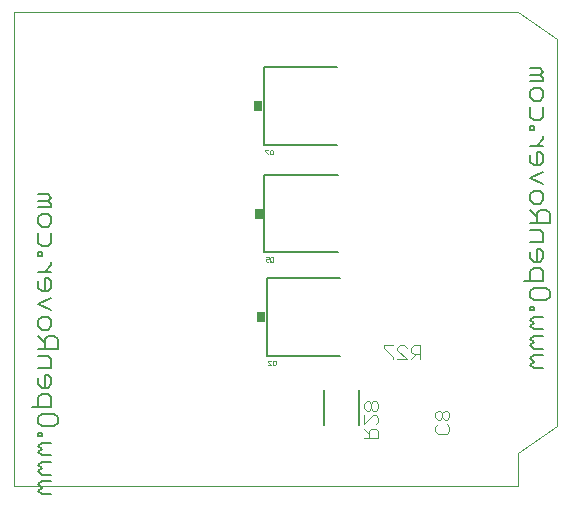
<source format=gbo>
G75*
%MOIN*%
%OFA0B0*%
%FSLAX25Y25*%
%IPPOS*%
%LPD*%
%AMOC8*
5,1,8,0,0,1.08239X$1,22.5*
%
%ADD10C,0.00000*%
%ADD11C,0.00600*%
%ADD12C,0.00800*%
%ADD13C,0.00100*%
%ADD14R,0.03000X0.03400*%
%ADD15C,0.00400*%
D10*
X0005867Y0006387D02*
X0005867Y0164387D01*
X0173867Y0164387D01*
X0186867Y0155387D01*
X0186867Y0026387D01*
X0173867Y0017387D01*
X0173867Y0006387D01*
X0005867Y0006387D01*
D11*
X0014167Y0006836D02*
X0015234Y0007904D01*
X0018437Y0007904D01*
X0018437Y0010079D02*
X0015234Y0010079D01*
X0014167Y0011146D01*
X0015234Y0012214D01*
X0014167Y0013282D01*
X0015234Y0014349D01*
X0018437Y0014349D01*
X0018437Y0016524D02*
X0015234Y0016524D01*
X0014167Y0017592D01*
X0015234Y0018659D01*
X0014167Y0019727D01*
X0015234Y0020795D01*
X0018437Y0020795D01*
X0015234Y0022970D02*
X0015234Y0024037D01*
X0014167Y0024037D01*
X0014167Y0022970D01*
X0015234Y0022970D01*
X0015234Y0026193D02*
X0014167Y0027260D01*
X0014167Y0029395D01*
X0015234Y0030463D01*
X0019505Y0030463D01*
X0020572Y0029395D01*
X0020572Y0027260D01*
X0019505Y0026193D01*
X0015234Y0026193D01*
X0014167Y0032638D02*
X0014167Y0035841D01*
X0015234Y0036908D01*
X0017369Y0036908D01*
X0018437Y0035841D01*
X0018437Y0032638D01*
X0012032Y0032638D01*
X0015234Y0039084D02*
X0017369Y0039084D01*
X0018437Y0040151D01*
X0018437Y0042286D01*
X0017369Y0043354D01*
X0016302Y0043354D01*
X0016302Y0039084D01*
X0015234Y0039084D02*
X0014167Y0040151D01*
X0014167Y0042286D01*
X0014167Y0045529D02*
X0018437Y0045529D01*
X0018437Y0048732D01*
X0017369Y0049799D01*
X0014167Y0049799D01*
X0014167Y0051975D02*
X0020572Y0051975D01*
X0020572Y0055177D01*
X0019505Y0056245D01*
X0017369Y0056245D01*
X0016302Y0055177D01*
X0016302Y0051975D01*
X0016302Y0054110D02*
X0014167Y0056245D01*
X0015234Y0058420D02*
X0014167Y0059488D01*
X0014167Y0061623D01*
X0015234Y0062690D01*
X0017369Y0062690D01*
X0018437Y0061623D01*
X0018437Y0059488D01*
X0017369Y0058420D01*
X0015234Y0058420D01*
X0018437Y0064866D02*
X0014167Y0067001D01*
X0018437Y0069136D01*
X0017369Y0071311D02*
X0015234Y0071311D01*
X0014167Y0072379D01*
X0014167Y0074514D01*
X0016302Y0075581D02*
X0016302Y0071311D01*
X0017369Y0071311D02*
X0018437Y0072379D01*
X0018437Y0074514D01*
X0017369Y0075581D01*
X0016302Y0075581D01*
X0016302Y0077757D02*
X0018437Y0079892D01*
X0018437Y0080959D01*
X0015234Y0083128D02*
X0015234Y0084195D01*
X0014167Y0084195D01*
X0014167Y0083128D01*
X0015234Y0083128D01*
X0015234Y0086351D02*
X0014167Y0087418D01*
X0014167Y0090621D01*
X0015234Y0092796D02*
X0014167Y0093864D01*
X0014167Y0095999D01*
X0015234Y0097066D01*
X0017369Y0097066D01*
X0018437Y0095999D01*
X0018437Y0093864D01*
X0017369Y0092796D01*
X0015234Y0092796D01*
X0018437Y0090621D02*
X0018437Y0087418D01*
X0017369Y0086351D01*
X0015234Y0086351D01*
X0014167Y0077757D02*
X0018437Y0077757D01*
X0018437Y0099242D02*
X0014167Y0099242D01*
X0014167Y0101377D02*
X0017369Y0101377D01*
X0018437Y0102444D01*
X0017369Y0103512D01*
X0014167Y0103512D01*
X0017369Y0101377D02*
X0018437Y0100309D01*
X0018437Y0099242D01*
X0109256Y0038419D02*
X0109256Y0026722D01*
X0120855Y0026722D02*
X0120855Y0038419D01*
X0176032Y0074638D02*
X0182437Y0074638D01*
X0182437Y0077841D01*
X0181369Y0078908D01*
X0179234Y0078908D01*
X0178167Y0077841D01*
X0178167Y0074638D01*
X0179234Y0072463D02*
X0178167Y0071395D01*
X0178167Y0069260D01*
X0179234Y0068193D01*
X0183505Y0068193D01*
X0184572Y0069260D01*
X0184572Y0071395D01*
X0183505Y0072463D01*
X0179234Y0072463D01*
X0179234Y0066037D02*
X0178167Y0066037D01*
X0178167Y0064970D01*
X0179234Y0064970D01*
X0179234Y0066037D01*
X0179234Y0062795D02*
X0178167Y0061727D01*
X0179234Y0060659D01*
X0178167Y0059592D01*
X0179234Y0058524D01*
X0182437Y0058524D01*
X0182437Y0056349D02*
X0179234Y0056349D01*
X0178167Y0055282D01*
X0179234Y0054214D01*
X0178167Y0053146D01*
X0179234Y0052079D01*
X0182437Y0052079D01*
X0182437Y0049904D02*
X0179234Y0049904D01*
X0178167Y0048836D01*
X0179234Y0047768D01*
X0178167Y0046701D01*
X0179234Y0045633D01*
X0182437Y0045633D01*
X0182437Y0062795D02*
X0179234Y0062795D01*
X0179234Y0081084D02*
X0178167Y0082151D01*
X0178167Y0084286D01*
X0180302Y0085354D02*
X0180302Y0081084D01*
X0181369Y0081084D02*
X0179234Y0081084D01*
X0181369Y0081084D02*
X0182437Y0082151D01*
X0182437Y0084286D01*
X0181369Y0085354D01*
X0180302Y0085354D01*
X0178167Y0087529D02*
X0182437Y0087529D01*
X0182437Y0090732D01*
X0181369Y0091799D01*
X0178167Y0091799D01*
X0178167Y0093975D02*
X0184572Y0093975D01*
X0184572Y0097177D01*
X0183505Y0098245D01*
X0181369Y0098245D01*
X0180302Y0097177D01*
X0180302Y0093975D01*
X0180302Y0096110D02*
X0178167Y0098245D01*
X0179234Y0100420D02*
X0178167Y0101488D01*
X0178167Y0103623D01*
X0179234Y0104690D01*
X0181369Y0104690D01*
X0182437Y0103623D01*
X0182437Y0101488D01*
X0181369Y0100420D01*
X0179234Y0100420D01*
X0182437Y0106866D02*
X0178167Y0109001D01*
X0182437Y0111136D01*
X0181369Y0113311D02*
X0179234Y0113311D01*
X0178167Y0114379D01*
X0178167Y0116514D01*
X0180302Y0117581D02*
X0180302Y0113311D01*
X0181369Y0113311D02*
X0182437Y0114379D01*
X0182437Y0116514D01*
X0181369Y0117581D01*
X0180302Y0117581D01*
X0180302Y0119757D02*
X0182437Y0121892D01*
X0182437Y0122959D01*
X0182437Y0119757D02*
X0178167Y0119757D01*
X0178167Y0125128D02*
X0178167Y0126195D01*
X0179234Y0126195D01*
X0179234Y0125128D01*
X0178167Y0125128D01*
X0179234Y0128351D02*
X0178167Y0129418D01*
X0178167Y0132621D01*
X0179234Y0134796D02*
X0178167Y0135864D01*
X0178167Y0137999D01*
X0179234Y0139066D01*
X0181369Y0139066D01*
X0182437Y0137999D01*
X0182437Y0135864D01*
X0181369Y0134796D01*
X0179234Y0134796D01*
X0182437Y0132621D02*
X0182437Y0129418D01*
X0181369Y0128351D01*
X0179234Y0128351D01*
X0178167Y0141242D02*
X0182437Y0141242D01*
X0182437Y0142309D01*
X0181369Y0143377D01*
X0182437Y0144444D01*
X0181369Y0145512D01*
X0178167Y0145512D01*
X0178167Y0143377D02*
X0181369Y0143377D01*
X0018437Y0003633D02*
X0015234Y0003633D01*
X0014167Y0004701D01*
X0015234Y0005768D01*
X0014167Y0006836D01*
D12*
X0090209Y0049769D02*
X0114597Y0049771D01*
X0090209Y0049769D02*
X0090209Y0075572D01*
X0114597Y0075571D01*
X0113872Y0084235D02*
X0089485Y0084234D01*
X0089485Y0110037D01*
X0113872Y0110035D01*
X0113675Y0120031D02*
X0089288Y0120029D01*
X0089288Y0145832D01*
X0113675Y0145831D01*
D13*
X0092041Y0118382D02*
X0091540Y0118382D01*
X0091290Y0118132D01*
X0091290Y0117131D01*
X0091540Y0116881D01*
X0092041Y0116881D01*
X0092291Y0117131D01*
X0092291Y0118132D01*
X0092041Y0118382D01*
X0091790Y0117381D02*
X0091290Y0116881D01*
X0090817Y0116881D02*
X0090817Y0117131D01*
X0089817Y0118132D01*
X0089817Y0118382D01*
X0090817Y0118382D01*
X0091014Y0082587D02*
X0090013Y0082587D01*
X0090264Y0082086D02*
X0090013Y0081836D01*
X0090013Y0081335D01*
X0090264Y0081085D01*
X0090764Y0081085D01*
X0091014Y0081335D01*
X0091487Y0081335D02*
X0091737Y0081085D01*
X0092237Y0081085D01*
X0092488Y0081335D01*
X0092488Y0082336D01*
X0092237Y0082587D01*
X0091737Y0082587D01*
X0091487Y0082336D01*
X0091487Y0081335D01*
X0091487Y0081085D02*
X0091987Y0081586D01*
X0091014Y0081836D02*
X0090514Y0082086D01*
X0090264Y0082086D01*
X0091014Y0081836D02*
X0091014Y0082587D01*
X0090988Y0048122D02*
X0091489Y0048122D01*
X0091739Y0047872D01*
X0092211Y0047872D02*
X0092211Y0046871D01*
X0092461Y0046621D01*
X0092962Y0046621D01*
X0093212Y0046871D01*
X0093212Y0047872D01*
X0092962Y0048122D01*
X0092461Y0048122D01*
X0092211Y0047872D01*
X0092712Y0047121D02*
X0092211Y0046621D01*
X0091739Y0046621D02*
X0090738Y0047622D01*
X0090738Y0047872D01*
X0090988Y0048122D01*
X0090738Y0046621D02*
X0091739Y0046621D01*
D14*
X0088309Y0062671D03*
X0087585Y0097135D03*
X0087388Y0132931D03*
D15*
X0129220Y0053211D02*
X0129220Y0052444D01*
X0132290Y0049374D01*
X0132290Y0048607D01*
X0133824Y0048607D02*
X0136893Y0048607D01*
X0133824Y0051676D01*
X0133824Y0052444D01*
X0134591Y0053211D01*
X0136126Y0053211D01*
X0136893Y0052444D01*
X0138428Y0052444D02*
X0138428Y0050909D01*
X0139195Y0050142D01*
X0141497Y0050142D01*
X0139963Y0050142D02*
X0138428Y0048607D01*
X0141497Y0048607D02*
X0141497Y0053211D01*
X0139195Y0053211D01*
X0138428Y0052444D01*
X0132290Y0053211D02*
X0129220Y0053211D01*
X0126592Y0034498D02*
X0125825Y0034498D01*
X0125058Y0033731D01*
X0125058Y0032196D01*
X0125825Y0031429D01*
X0126592Y0031429D01*
X0127360Y0032196D01*
X0127360Y0033731D01*
X0126592Y0034498D01*
X0125058Y0033731D02*
X0124290Y0034498D01*
X0123523Y0034498D01*
X0122756Y0033731D01*
X0122756Y0032196D01*
X0123523Y0031429D01*
X0124290Y0031429D01*
X0125058Y0032196D01*
X0125825Y0029894D02*
X0126592Y0029894D01*
X0127360Y0029127D01*
X0127360Y0027592D01*
X0126592Y0026825D01*
X0126592Y0025290D02*
X0125058Y0025290D01*
X0124290Y0024523D01*
X0124290Y0022221D01*
X0122756Y0022221D02*
X0127360Y0022221D01*
X0127360Y0024523D01*
X0126592Y0025290D01*
X0124290Y0023756D02*
X0122756Y0025290D01*
X0122756Y0026825D02*
X0125825Y0029894D01*
X0122756Y0029894D02*
X0122756Y0026825D01*
X0146496Y0026078D02*
X0147263Y0026845D01*
X0146496Y0026078D02*
X0146496Y0024544D01*
X0147263Y0023776D01*
X0150332Y0023776D01*
X0151100Y0024544D01*
X0151100Y0026078D01*
X0150332Y0026845D01*
X0150332Y0028380D02*
X0149565Y0028380D01*
X0148798Y0029147D01*
X0148798Y0030682D01*
X0148030Y0031449D01*
X0147263Y0031449D01*
X0146496Y0030682D01*
X0146496Y0029147D01*
X0147263Y0028380D01*
X0148030Y0028380D01*
X0148798Y0029147D01*
X0148798Y0030682D02*
X0149565Y0031449D01*
X0150332Y0031449D01*
X0151100Y0030682D01*
X0151100Y0029147D01*
X0150332Y0028380D01*
M02*

</source>
